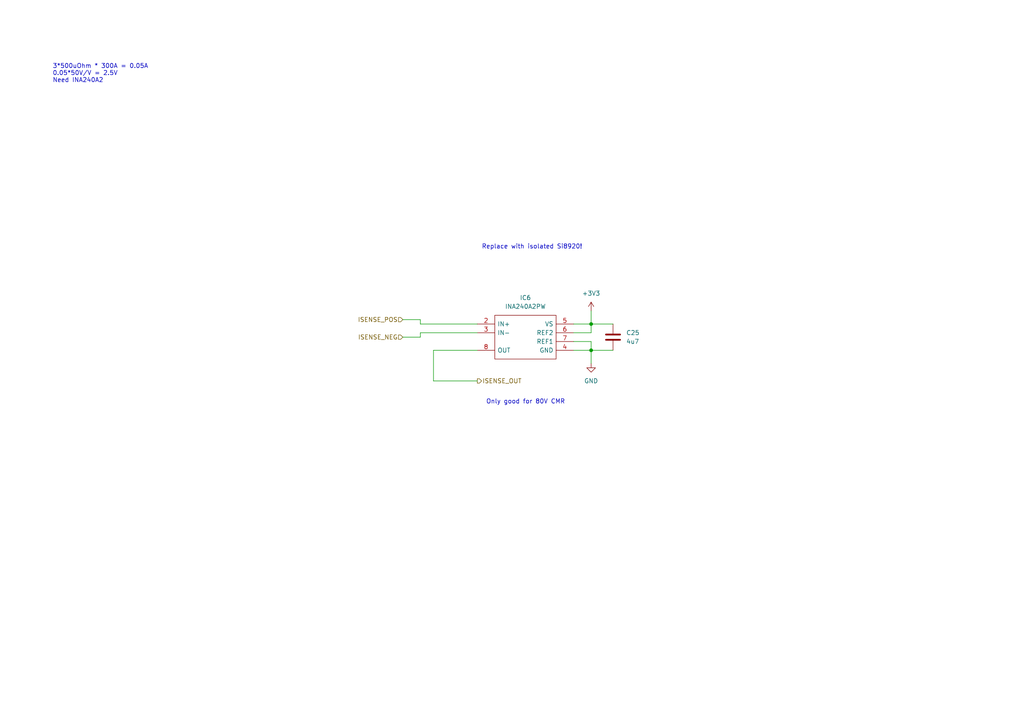
<source format=kicad_sch>
(kicad_sch (version 20211123) (generator eeschema)
  (paper "A4")
  (lib_symbols
    (symbol "Device:C" (pin_numbers hide) (pin_names (offset 0.254))
      (property "Reference" "C" (at 0.635 2.54 0))
      (property "Value" "C" (at 0.635 -2.54 0))
      (symbol "C_0_1"
        (polyline (pts (xy -2.032 -0.762) (xy 2.032 -0.762)) (stroke (width 0.508)))
        (polyline (pts (xy -2.032 0.762) (xy 2.032 0.762)) (stroke (width 0.508)))
      )
      (symbol "C_1_1"
        (pin passive line (at 0 3.81 270) (length 2.794) (name "~") (number "1"))
        (pin passive line (at 0 -3.81 90) (length 2.794) (name "~") (number "2"))
      )
    )
    (symbol "MAG_Current_Sense_Amplifiers:INA240A2PW" (pin_names (offset 0.762))
      (property "Reference" "IC" (at 24.13 7.62 0))
      (property "Value" "INA240A2PW" (at 24.13 5.08 0))
      (symbol "INA240A2PW_0_0"
        (pin no_connect line (at 5.08 -10.16 0) (length 5.08) hide (name "NC") (number "1"))
        (pin passive line (at 0 0 0) (length 5.08) (name "IN+") (number "2"))
        (pin passive line (at 0 -2.54 0) (length 5.08) (name "IN-") (number "3"))
        (pin passive line (at 27.94 -7.62 180) (length 5.08) (name "GND") (number "4"))
        (pin passive line (at 27.94 0 180) (length 5.08) (name "VS") (number "5"))
        (pin passive line (at 27.94 -2.54 180) (length 5.08) (name "REF2") (number "6"))
        (pin passive line (at 27.94 -5.08 180) (length 5.08) (name "REF1") (number "7"))
        (pin passive line (at 0 -7.62 0) (length 5.08) (name "OUT") (number "8"))
      )
      (symbol "INA240A2PW_0_1"
        (polyline (pts (xy 5.08 2.54) (xy 22.86 2.54) (xy 22.86 -10.16) (xy 5.08 -10.16) (xy 5.08 2.54)) (stroke (width 0.1524)))
      )
    )
    (symbol "power:+3V3" (power) (pin_names (offset 0))
      (property "Value" "+3V3" (at 0 3.556 0))
      (symbol "+3V3_0_1"
        (polyline (pts (xy -0.762 1.27) (xy 0 2.54)))
        (polyline (pts (xy 0 0) (xy 0 2.54)))
        (polyline (pts (xy 0 2.54) (xy 0.762 1.27)))
      )
      (symbol "+3V3_1_1"
        (pin power_in line (at 0 0 90) (length 0) hide (name "+3V3") (number "1"))
      )
    )
    (symbol "power:GND" (power) (pin_names (offset 0))
      (property "Value" "GND" (at 0 -3.81 0))
      (symbol "GND_0_1"
        (polyline (pts (xy 0 0) (xy 0 -1.27) (xy 1.27 -1.27) (xy 0 -2.54) (xy -1.27 -1.27) (xy 0 -1.27)))
      )
      (symbol "GND_1_1"
        (pin power_in line (at 0 0 270) (length 0) hide (name "GND") (number "1"))
      )
    )
  )
  (junction (at 171.45 101.6))
  (junction (at 171.45 93.98))
  (wire (pts (xy 171.45 93.98) (xy 171.45 90.17)))
  (wire (pts (xy 171.45 101.6) (xy 177.8 101.6)))
  (wire (pts (xy 171.45 101.6) (xy 171.45 105.41)))
  (wire (pts (xy 171.45 96.52) (xy 171.45 93.98)))
  (wire (pts (xy 166.37 101.6) (xy 171.45 101.6)))
  (wire (pts (xy 121.92 97.79) (xy 116.84 97.79)))
  (wire (pts (xy 138.43 101.6) (xy 125.73 101.6)))
  (wire (pts (xy 125.73 110.49) (xy 138.43 110.49)))
  (wire (pts (xy 121.92 92.71) (xy 116.84 92.71)))
  (wire (pts (xy 171.45 93.98) (xy 177.8 93.98)))
  (wire (pts (xy 171.45 99.06) (xy 171.45 101.6)))
  (wire (pts (xy 121.92 96.52) (xy 121.92 97.79)))
  (wire (pts (xy 166.37 93.98) (xy 171.45 93.98)))
  (wire (pts (xy 166.37 96.52) (xy 171.45 96.52)))
  (wire (pts (xy 138.43 96.52) (xy 121.92 96.52)))
  (wire (pts (xy 121.92 93.98) (xy 121.92 92.71)))
  (wire (pts (xy 125.73 101.6) (xy 125.73 110.49)))
  (wire (pts (xy 166.37 99.06) (xy 171.45 99.06)))
  (wire (pts (xy 138.43 93.98) (xy 121.92 93.98)))
  (text "3*500uOhm * 300A = 0.05A\n0.05*50V/V = 2.5V \nNeed INA240A2" (at 15.24 24.13 0) (effects (font (size 1.27 1.27)) (justify left bottom)))
  (text "Replace with isolated Si8920!\n" (at 139.7 72.39 0) (effects (font (size 1.27 1.27)) (justify left bottom)))
  (text "Only good for 80V CMR\n\n" (at 140.97 119.38 0) (effects (font (size 1.27 1.27)) (justify left bottom)))
  (hierarchical_label "ISENSE_NEG" (shape input) (at 116.84 97.79 180))
  (hierarchical_label "ISENSE_POS" (shape input) (at 116.84 92.71 180))
  (hierarchical_label "ISENSE_OUT" (shape output) (at 138.43 110.49 0))
  (symbol (lib_id "power:GND") (at 171.45 105.41 0) (unit 1)
    (property "Reference" "#PWR0151" (effects hide))
    (property "Value" "GND" (at 171.45 110.49 0))
  )
  (symbol (lib_id "power:+3V3") (at 171.45 90.17 0) (unit 1)
    (property "Reference" "#PWR0150" (effects hide))
    (property "Value" "+3V3" (at 171.45 85.09 0))
  )
  (symbol (lib_id "Device:C") (at 177.8 97.79 0) (unit 1)
    (property "Reference" "C25" (at 181.61 96.5199 0) (effects (justify left)))
    (property "Value" "4u7" (at 181.61 99.0599 0) (effects (justify left)))
    (property "Footprint" "Capacitor_SMD:C_0603_1608Metric" (effects hide))
  )
  (symbol (lib_id "MAG_Current_Sense_Amplifiers:INA240A2PW") (at 138.43 93.98 0) (unit 1)
    (property "Reference" "IC6" (at 152.4 86.36 0))
    (property "Value" "INA240A2PW" (at 152.4 88.9 0))
    (property "Footprint" "SOP65P640X120-8N" (effects hide))
    (property "Datasheet" "http://www.ti.com/lit/gpn/ina240" (effects hide))
    (property "Description" "80V, Low-/High-Side, Bi-Directional, Zero-Drift, Current Sense Amp w/Enhanced PWM Rejection" (effects hide))
    (property "Height" "1.2" (effects hide))
    (property "Mouser Part Number" "595-INA240A2PW" (effects hide))
    (property "Mouser Price/Stock" "https://www.mouser.co.uk/ProductDetail/Texas-Instruments/INA240A2PW?qs=aVyJF2WnouTiD4LDXEZ4Dw%3D%3D" (effects hide))
    (property "Manufacturer_Name" "Texas Instruments" (effects hide))
    (property "Manufacturer_Part_Number" "INA240A2PW" (effects hide))
  )
)
</source>
